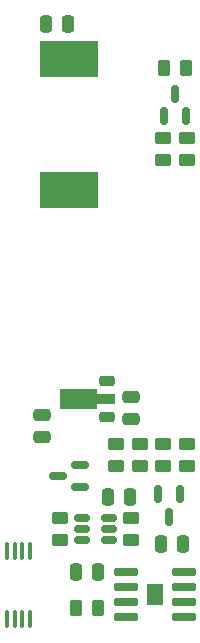
<source format=gbr>
%TF.GenerationSoftware,KiCad,Pcbnew,8.0.6*%
%TF.CreationDate,2025-01-15T19:29:55+01:00*%
%TF.ProjectId,boxmod,626f786d-6f64-42e6-9b69-6361645f7063,rev?*%
%TF.SameCoordinates,Original*%
%TF.FileFunction,Paste,Bot*%
%TF.FilePolarity,Positive*%
%FSLAX46Y46*%
G04 Gerber Fmt 4.6, Leading zero omitted, Abs format (unit mm)*
G04 Created by KiCad (PCBNEW 8.0.6) date 2025-01-15 19:29:55*
%MOMM*%
%LPD*%
G01*
G04 APERTURE LIST*
G04 Aperture macros list*
%AMRoundRect*
0 Rectangle with rounded corners*
0 $1 Rounding radius*
0 $2 $3 $4 $5 $6 $7 $8 $9 X,Y pos of 4 corners*
0 Add a 4 corners polygon primitive as box body*
4,1,4,$2,$3,$4,$5,$6,$7,$8,$9,$2,$3,0*
0 Add four circle primitives for the rounded corners*
1,1,$1+$1,$2,$3*
1,1,$1+$1,$4,$5*
1,1,$1+$1,$6,$7*
1,1,$1+$1,$8,$9*
0 Add four rect primitives between the rounded corners*
20,1,$1+$1,$2,$3,$4,$5,0*
20,1,$1+$1,$4,$5,$6,$7,0*
20,1,$1+$1,$6,$7,$8,$9,0*
20,1,$1+$1,$8,$9,$2,$3,0*%
%AMFreePoly0*
4,1,9,3.862500,-0.866500,0.737500,-0.866500,0.737500,-0.450000,-0.737500,-0.450000,-0.737500,0.450000,0.737500,0.450000,0.737500,0.866500,3.862500,0.866500,3.862500,-0.866500,3.862500,-0.866500,$1*%
G04 Aperture macros list end*
%ADD10C,0.010000*%
%ADD11RoundRect,0.075000X-0.910000X-0.225000X0.910000X-0.225000X0.910000X0.225000X-0.910000X0.225000X0*%
%ADD12RoundRect,0.250000X-0.450000X0.262500X-0.450000X-0.262500X0.450000X-0.262500X0.450000X0.262500X0*%
%ADD13RoundRect,0.250000X0.450000X-0.262500X0.450000X0.262500X-0.450000X0.262500X-0.450000X-0.262500X0*%
%ADD14RoundRect,0.150000X-0.512500X-0.150000X0.512500X-0.150000X0.512500X0.150000X-0.512500X0.150000X0*%
%ADD15RoundRect,0.250000X0.250000X0.475000X-0.250000X0.475000X-0.250000X-0.475000X0.250000X-0.475000X0*%
%ADD16R,5.000000X3.100000*%
%ADD17RoundRect,0.250000X-0.262500X-0.450000X0.262500X-0.450000X0.262500X0.450000X-0.262500X0.450000X0*%
%ADD18RoundRect,0.150000X0.587500X0.150000X-0.587500X0.150000X-0.587500X-0.150000X0.587500X-0.150000X0*%
%ADD19RoundRect,0.150000X0.150000X-0.587500X0.150000X0.587500X-0.150000X0.587500X-0.150000X-0.587500X0*%
%ADD20RoundRect,0.150000X-0.150000X0.587500X-0.150000X-0.587500X0.150000X-0.587500X0.150000X0.587500X0*%
%ADD21RoundRect,0.250000X-0.475000X0.250000X-0.475000X-0.250000X0.475000X-0.250000X0.475000X0.250000X0*%
%ADD22RoundRect,0.250000X-0.250000X-0.475000X0.250000X-0.475000X0.250000X0.475000X-0.250000X0.475000X0*%
%ADD23RoundRect,0.250000X0.262500X0.450000X-0.262500X0.450000X-0.262500X-0.450000X0.262500X-0.450000X0*%
%ADD24RoundRect,0.225000X0.425000X0.225000X-0.425000X0.225000X-0.425000X-0.225000X0.425000X-0.225000X0*%
%ADD25FreePoly0,180.000000*%
%ADD26RoundRect,0.100000X-0.100000X0.637500X-0.100000X-0.637500X0.100000X-0.637500X0.100000X0.637500X0*%
G04 APERTURE END LIST*
D10*
%TO.C,U1*%
X100920000Y-102320000D02*
X99630000Y-102320000D01*
X99630000Y-100680000D01*
X100920000Y-100680000D01*
X100920000Y-102320000D01*
G36*
X100920000Y-102320000D02*
G01*
X99630000Y-102320000D01*
X99630000Y-100680000D01*
X100920000Y-100680000D01*
X100920000Y-102320000D01*
G37*
%TD*%
D11*
%TO.C,U1*%
X97800000Y-103405000D03*
X97800000Y-102135000D03*
X97800000Y-100865000D03*
X97800000Y-99595000D03*
X102750000Y-99595000D03*
X102750000Y-100865000D03*
X102750000Y-102135000D03*
X102750000Y-103405000D03*
%TD*%
D12*
%TO.C,R14*%
X103000000Y-62900000D03*
X103000000Y-64725000D03*
%TD*%
D13*
%TO.C,R15*%
X101000000Y-64725000D03*
X101000000Y-62900000D03*
%TD*%
D14*
%TO.C,U2*%
X94112500Y-96950000D03*
X94112500Y-96000000D03*
X94112500Y-95050000D03*
X96387500Y-95050000D03*
X96387500Y-96000000D03*
X96387500Y-96950000D03*
%TD*%
D15*
%TO.C,C3*%
X98200000Y-93250000D03*
X96300000Y-93250000D03*
%TD*%
D16*
%TO.C,L3*%
X93000000Y-67300000D03*
X93000000Y-56200000D03*
%TD*%
D17*
%TO.C,R9*%
X101087500Y-57000000D03*
X102912500Y-57000000D03*
%TD*%
D18*
%TO.C,Q3*%
X93937500Y-90550000D03*
X93937500Y-92450000D03*
X92062500Y-91500000D03*
%TD*%
D19*
%TO.C,Q4*%
X102950000Y-61000000D03*
X101050000Y-61000000D03*
X102000000Y-59125000D03*
%TD*%
D12*
%TO.C,R5*%
X98250000Y-95087500D03*
X98250000Y-96912500D03*
%TD*%
D20*
%TO.C,Q5*%
X100550000Y-93062500D03*
X102450000Y-93062500D03*
X101500000Y-94937500D03*
%TD*%
D21*
%TO.C,C17*%
X98250000Y-84800000D03*
X98250000Y-86700000D03*
%TD*%
D22*
%TO.C,C1*%
X93575000Y-99655000D03*
X95475000Y-99655000D03*
%TD*%
D12*
%TO.C,R19*%
X97000000Y-88837500D03*
X97000000Y-90662500D03*
%TD*%
D13*
%TO.C,R16*%
X101000000Y-90662500D03*
X101000000Y-88837500D03*
%TD*%
D21*
%TO.C,C16*%
X90750000Y-86300000D03*
X90750000Y-88200000D03*
%TD*%
D13*
%TO.C,R18*%
X99000000Y-90662500D03*
X99000000Y-88837500D03*
%TD*%
%TO.C,R4*%
X92250000Y-96912500D03*
X92250000Y-95087500D03*
%TD*%
D23*
%TO.C,R1*%
X95437500Y-102655000D03*
X93612500Y-102655000D03*
%TD*%
D24*
%TO.C,U4*%
X96200000Y-83500000D03*
D25*
X96112500Y-85000000D03*
D24*
X96200000Y-86500000D03*
%TD*%
D26*
%TO.C,Q1*%
X87775000Y-97887500D03*
X88425000Y-97887500D03*
X89075000Y-97887500D03*
X89725000Y-97887500D03*
X89725000Y-103612500D03*
X89075000Y-103612500D03*
X88425000Y-103612500D03*
X87775000Y-103612500D03*
%TD*%
D12*
%TO.C,R17*%
X103000000Y-88837500D03*
X103000000Y-90662500D03*
%TD*%
D15*
%TO.C,C18*%
X92950000Y-53250000D03*
X91050000Y-53250000D03*
%TD*%
D22*
%TO.C,C2*%
X100800000Y-97250000D03*
X102700000Y-97250000D03*
%TD*%
M02*

</source>
